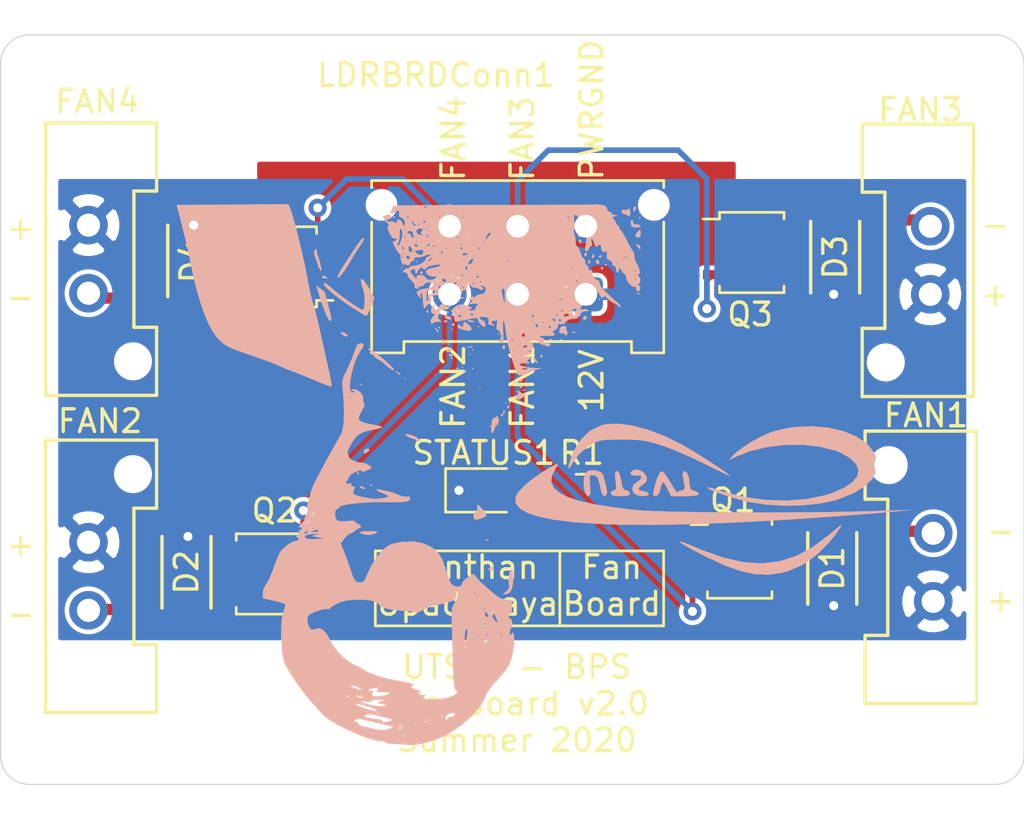
<source format=kicad_pcb>
(kicad_pcb (version 20171130) (host pcbnew "(5.1.6)-1")
  (layers (0 F.Cu signal) (31 B.Cu signal) (34 B.Paste user) (35 F.Paste user) (36 B.SilkS user) (37 F.SilkS user) (38 B.Mask user) (39 F.Mask user) (44 Edge.Cuts user))
  (net 0 "")
  (net 1 "Net-(D1-Pad2)")
  (net 2 +12V)
  (net 3 "Net-(D2-Pad2)")
  (net 4 "Net-(D3-Pad2)")
  (net 5 "Net-(D4-Pad2)")
  (net 6 GNDPWR)
  (net 7 /FAN3)
  (net 8 /FAN4)
  (net 9 /FAN2)
  (net 10 /FAN1)
  (net 11 "Net-(R1-Pad1)")
  (module Resistor_SMD:R_0805_2012Metric (layer F.Cu) (at 160.8605 75.946)
    (fp_text reference R1 (at 0 -1.65) (layer F.SilkS))
    (fp_text value 45k)
    (pad 2 smd roundrect (at 0.9375 0) (size 0.975 1.4) (layers F.Cu F.Paste F.Mask) (net 6 GNDPWR))
    (pad 1 smd roundrect (at -0.9375 0) (size 0.975 1.4) (layers F.Cu F.Paste F.Mask) (net 11 "Net-(R1-Pad1)"))
  )
  (module LED_SMD:LED_0805_2012Metric (layer F.Cu) (at 156.5425 75.946)
    (fp_text reference STATUS1 (at 0 -1.65) (layer F.SilkS))
    (fp_text value LED)
    (pad 2 smd roundrect (at 0.9375 0) (size 0.975 1.4) (layers F.Cu F.Paste F.Mask) (net 11 "Net-(R1-Pad1)"))
    (pad 1 smd roundrect (at -0.9375 0) (size 0.975 1.4) (layers F.Cu F.Paste F.Mask) (net 2 +12V))
  )
  (module UTSVT_Special:Hallock_Image_Small (layer B.Cu) (at 152.4 75.565)
    (fp_text reference G*** hide)
    (fp_text value LOGO hide)
  )
  (module UTSVT_Special:UTSVT_Logo_Symbol (layer B.Cu) (at 166.37 76.2)
    (fp_text reference G*** hide)
    (fp_text value LOGO hide)
  )
  (module Connector_Molex:Molex_Micro-Fit_3.0_43045-0612_2x03_P3.00mm_Vertical (layer F.Cu) (at 161.036 67.31 180)
    (fp_text reference LDRBRDConn1 (at 6.604 9.652) (layer F.SilkS))
    (fp_text value Conn_02x03)
    (pad 6 thru_hole circle (at 6 3 180) (size 1.5 1.5) (drill 1) (layers *.Cu *.Mask) (net 8 /FAN4))
    (pad 5 thru_hole circle (at 3 3 180) (size 1.5 1.5) (drill 1) (layers *.Cu *.Mask) (net 7 /FAN3))
    (pad 4 thru_hole circle (at 0 3 180) (size 1.5 1.5) (drill 1) (layers *.Cu *.Mask) (net 6 GNDPWR))
    (pad 3 thru_hole circle (at 6 0 180) (size 1.5 1.5) (drill 1) (layers *.Cu *.Mask) (net 9 /FAN2))
    (pad 2 thru_hole circle (at 3 0 180) (size 1.5 1.5) (drill 1) (layers *.Cu *.Mask) (net 10 /FAN1))
    (pad 1 thru_hole roundrect (at 0 0 180) (size 1.5 1.5) (drill 1) (layers *.Cu *.Mask) (roundrect_rratio 0.166667) (net 2 +12V))
    (pad "" np_thru_hole circle (at 9 3.94 180) (size 1 1) (drill 1) (layers *.Cu *.Mask))
    (pad "" np_thru_hole circle (at -3 3.94 180) (size 1 1) (drill 1) (layers *.Cu *.Mask))
  )
  (module UTSVT_Connectors:Molex_MicroFit3.0_1x2xP3.00mm_PolarizingPeg_Vertical (layer F.Cu) (at 139.1285 64.262 270)
    (fp_text reference FAN4 (at -5.4455 -0.381) (layer F.SilkS))
    (fp_text value Conn_01x02)
    (pad "" np_thru_hole circle (at -3 -1.96 270) (size 1.27 1.27) (drill 1.27) (layers *.Cu *.Mask))
    (pad 2 thru_hole circle (at 3 0 270) (size 1.7 1.7) (drill 1.02) (layers *.Cu *.Mask) (net 5 "Net-(D4-Pad2)"))
    (pad 1 thru_hole circle (at 0 0 270) (size 1.7 1.7) (drill 1.02) (layers *.Cu *.Mask) (net 2 +12V))
    (pad "" np_thru_hole circle (at 6 -1.96 270) (size 1.27 1.27) (drill 1.27) (layers *.Cu *.Mask))
  )
  (module MountingHole:MountingHole_3mm (layer F.Cu) (at 168.91 85.09)
    (fp_text reference H4)
    (fp_text value MountingHole)
    (pad 1 np_thru_hole circle (at 0 0) (size 3 3) (drill 3) (layers *.Cu *.Mask))
  )
  (module MountingHole:MountingHole_3mm (layer F.Cu) (at 168.91 59.69)
    (fp_text reference H3)
    (fp_text value MountingHole)
    (pad 1 np_thru_hole circle (at 0 0) (size 3 3) (drill 3) (layers *.Cu *.Mask))
  )
  (module MountingHole:MountingHole_3mm (layer F.Cu) (at 146.05 85.09)
    (fp_text reference H2)
    (fp_text value MountingHole)
    (pad 1 np_thru_hole circle (at 0 0) (size 3 3) (drill 3) (layers *.Cu *.Mask))
  )
  (module MountingHole:MountingHole_3mm (layer F.Cu) (at 146.05 59.69)
    (fp_text reference H1)
    (fp_text value MountingHole)
    (pad 1 np_thru_hole circle (at 0 0) (size 3 3) (drill 3) (layers *.Cu *.Mask))
  )
  (module Package_TO_SOT_SMD:LFPAK33 (layer F.Cu) (at 147.955 66.1035 180)
    (fp_text reference Q4 (at 0.127 -2.7305) (layer F.SilkS))
    (fp_text value BUK9M34-100EX)
    (pad 5 smd custom (at 0.405 0 180) (size 1.85 2.25) (layers F.Cu F.Mask) (net 5 "Net-(D4-Pad2)") (options (clearance outline) (anchor rect)) (primitives (gr_poly (pts (xy 0.925 -1.175) (xy 1.545 -1.175) (xy 1.545 -0.775) (xy 0.925 -0.775)) (width 0)) (gr_poly (pts (xy 0.925 -0.525) (xy 1.545 -0.525) (xy 1.545 -0.125) (xy 0.925 -0.125)) (width 0)) (gr_poly (pts (xy 0.925 0.125) (xy 1.545 0.125) (xy 1.545 0.525) (xy 0.925 0.525)) (width 0)) (gr_poly (pts (xy 0.925 0.775) (xy 1.545 0.775) (xy 1.545 1.175) (xy 0.925 1.175)) (width 0))))
    (pad 4 smd rect (at -1.535 0.975 180) (size 0.83 0.4) (layers F.Cu F.Mask) (net 8 /FAN4))
    (pad 3 smd rect (at -1.535 0.325 180) (size 0.83 0.4) (layers F.Cu F.Mask) (net 6 GNDPWR))
    (pad 1 smd rect (at -1.535 -0.975 180) (size 0.83 0.4) (layers F.Cu F.Mask) (net 6 GNDPWR))
    (pad 2 smd rect (at -1.535 -0.325 180) (size 0.83 0.4) (layers F.Cu F.Mask) (net 6 GNDPWR))
  )
  (module Package_TO_SOT_SMD:LFPAK33 (layer F.Cu) (at 168.148 65.4685)
    (fp_text reference Q3 (at 0.127 2.7305 180) (layer F.SilkS))
    (fp_text value BUK9M34-100EX)
    (pad 5 smd custom (at 0.405 0) (size 1.85 2.25) (layers F.Cu F.Mask) (net 4 "Net-(D3-Pad2)") (options (clearance outline) (anchor rect)) (primitives (gr_poly (pts (xy 0.925 -1.175) (xy 1.545 -1.175) (xy 1.545 -0.775) (xy 0.925 -0.775)) (width 0)) (gr_poly (pts (xy 0.925 -0.525) (xy 1.545 -0.525) (xy 1.545 -0.125) (xy 0.925 -0.125)) (width 0)) (gr_poly (pts (xy 0.925 0.125) (xy 1.545 0.125) (xy 1.545 0.525) (xy 0.925 0.525)) (width 0)) (gr_poly (pts (xy 0.925 0.775) (xy 1.545 0.775) (xy 1.545 1.175) (xy 0.925 1.175)) (width 0))))
    (pad 4 smd rect (at -1.535 0.975) (size 0.83 0.4) (layers F.Cu F.Mask) (net 7 /FAN3))
    (pad 3 smd rect (at -1.535 0.325) (size 0.83 0.4) (layers F.Cu F.Mask) (net 6 GNDPWR))
    (pad 1 smd rect (at -1.535 -0.975) (size 0.83 0.4) (layers F.Cu F.Mask) (net 6 GNDPWR))
    (pad 2 smd rect (at -1.535 -0.325) (size 0.83 0.4) (layers F.Cu F.Mask) (net 6 GNDPWR))
  )
  (module Package_TO_SOT_SMD:LFPAK33 (layer F.Cu) (at 147.2565 79.629 180)
    (fp_text reference Q2 (at -0.0635 2.794) (layer F.SilkS))
    (fp_text value BUK9M34-100EX)
    (pad 5 smd custom (at 0.405 0 180) (size 1.85 2.25) (layers F.Cu F.Mask) (net 3 "Net-(D2-Pad2)") (options (clearance outline) (anchor rect)) (primitives (gr_poly (pts (xy 0.925 -1.175) (xy 1.545 -1.175) (xy 1.545 -0.775) (xy 0.925 -0.775)) (width 0)) (gr_poly (pts (xy 0.925 -0.525) (xy 1.545 -0.525) (xy 1.545 -0.125) (xy 0.925 -0.125)) (width 0)) (gr_poly (pts (xy 0.925 0.125) (xy 1.545 0.125) (xy 1.545 0.525) (xy 0.925 0.525)) (width 0)) (gr_poly (pts (xy 0.925 0.775) (xy 1.545 0.775) (xy 1.545 1.175) (xy 0.925 1.175)) (width 0))))
    (pad 4 smd rect (at -1.535 0.975 180) (size 0.83 0.4) (layers F.Cu F.Mask) (net 9 /FAN2))
    (pad 3 smd rect (at -1.535 0.325 180) (size 0.83 0.4) (layers F.Cu F.Mask) (net 6 GNDPWR))
    (pad 1 smd rect (at -1.535 -0.975 180) (size 0.83 0.4) (layers F.Cu F.Mask) (net 6 GNDPWR))
    (pad 2 smd rect (at -1.535 -0.325 180) (size 0.83 0.4) (layers F.Cu F.Mask) (net 6 GNDPWR))
  )
  (module Package_TO_SOT_SMD:LFPAK33 (layer F.Cu) (at 167.616 78.9305)
    (fp_text reference Q1 (at -0.103 -2.54) (layer F.SilkS))
    (fp_text value BUK9M34-100EX)
    (pad 5 smd custom (at 0.405 0) (size 1.85 2.25) (layers F.Cu F.Mask) (net 1 "Net-(D1-Pad2)") (options (clearance outline) (anchor rect)) (primitives (gr_poly (pts (xy 0.925 -1.175) (xy 1.545 -1.175) (xy 1.545 -0.775) (xy 0.925 -0.775)) (width 0)) (gr_poly (pts (xy 0.925 -0.525) (xy 1.545 -0.525) (xy 1.545 -0.125) (xy 0.925 -0.125)) (width 0)) (gr_poly (pts (xy 0.925 0.125) (xy 1.545 0.125) (xy 1.545 0.525) (xy 0.925 0.525)) (width 0)) (gr_poly (pts (xy 0.925 0.775) (xy 1.545 0.775) (xy 1.545 1.175) (xy 0.925 1.175)) (width 0))))
    (pad 4 smd rect (at -1.535 0.975) (size 0.83 0.4) (layers F.Cu F.Mask) (net 10 /FAN1))
    (pad 3 smd rect (at -1.535 0.325) (size 0.83 0.4) (layers F.Cu F.Mask) (net 6 GNDPWR))
    (pad 1 smd rect (at -1.535 -0.975) (size 0.83 0.4) (layers F.Cu F.Mask) (net 6 GNDPWR))
    (pad 2 smd rect (at -1.535 -0.325) (size 0.83 0.4) (layers F.Cu F.Mask) (net 6 GNDPWR))
  )
  (module UTSVT_Connectors:Molex_MicroFit3.0_1x2xP3.00mm_PolarizingPeg_Vertical (layer F.Cu) (at 176.2125 67.31 90)
    (fp_text reference FAN3 (at 8.128 -0.4445 180) (layer F.SilkS))
    (fp_text value Conn_01x02)
    (pad "" np_thru_hole circle (at -3 -1.96 90) (size 1.27 1.27) (drill 1.27) (layers *.Cu *.Mask))
    (pad 2 thru_hole circle (at 3 0 90) (size 1.7 1.7) (drill 1.02) (layers *.Cu *.Mask) (net 4 "Net-(D3-Pad2)"))
    (pad 1 thru_hole circle (at 0 0 90) (size 1.7 1.7) (drill 1.02) (layers *.Cu *.Mask) (net 2 +12V))
    (pad "" np_thru_hole circle (at 6 -1.96 90) (size 1.27 1.27) (drill 1.27) (layers *.Cu *.Mask))
  )
  (module UTSVT_Connectors:Molex_MicroFit3.0_1x2xP3.00mm_PolarizingPeg_Vertical (layer F.Cu) (at 139.1285 78.232 270)
    (fp_text reference FAN2 (at -5.334 -0.508 180) (layer F.SilkS))
    (fp_text value Conn_01x02)
    (pad "" np_thru_hole circle (at -3 -1.96 270) (size 1.27 1.27) (drill 1.27) (layers *.Cu *.Mask))
    (pad 2 thru_hole circle (at 3 0 270) (size 1.7 1.7) (drill 1.02) (layers *.Cu *.Mask) (net 3 "Net-(D2-Pad2)"))
    (pad 1 thru_hole circle (at 0 0 270) (size 1.7 1.7) (drill 1.02) (layers *.Cu *.Mask) (net 2 +12V))
    (pad "" np_thru_hole circle (at 6 -1.96 270) (size 1.27 1.27) (drill 1.27) (layers *.Cu *.Mask))
  )
  (module UTSVT_Connectors:Molex_MicroFit3.0_1x2xP3.00mm_PolarizingPeg_Vertical (layer F.Cu) (at 176.3395 80.8355 90)
    (fp_text reference FAN1 (at 8.1915 -0.3175 180) (layer F.SilkS))
    (fp_text value Conn_01x02)
    (pad "" np_thru_hole circle (at -3 -1.96 90) (size 1.27 1.27) (drill 1.27) (layers *.Cu *.Mask))
    (pad 2 thru_hole circle (at 3 0 90) (size 1.7 1.7) (drill 1.02) (layers *.Cu *.Mask) (net 1 "Net-(D1-Pad2)"))
    (pad 1 thru_hole circle (at 0 0 90) (size 1.7 1.7) (drill 1.02) (layers *.Cu *.Mask) (net 2 +12V))
    (pad "" np_thru_hole circle (at 6 -1.96 90) (size 1.27 1.27) (drill 1.27) (layers *.Cu *.Mask))
  )
  (module UTSVT_BPS:V2F22HM (layer F.Cu) (at 143.7005 65.8368 270)
    (fp_text reference D4 (at 0 0 90) (layer F.SilkS))
    (fp_text value V22F22HM3)
    (fp_line (start -1.0668 -0.9017) (end 1.0668 -0.9017) (layer F.Cu) (width 0.1524))
    (fp_line (start 1.0668 -0.9017) (end 1.0668 0.9017) (layer F.Cu) (width 0.1524))
    (fp_line (start 1.0668 0.9017) (end -1.0668 0.9017) (layer F.Cu) (width 0.1524))
    (fp_line (start -1.0668 0.9017) (end -1.0668 -0.9017) (layer F.Cu) (width 0.1524))
    (pad 2 smd rect (at 1.6383 0 270) (size 1.0414 1.1938) (layers F.Cu F.Paste F.Mask) (net 5 "Net-(D4-Pad2)"))
    (pad 1 smd rect (at -1.6383 0 270) (size 1.0414 1.1938) (layers F.Cu F.Paste F.Mask) (net 2 +12V))
  )
  (module UTSVT_BPS:V2F22HM (layer F.Cu) (at 172.0215 65.6717 90)
    (fp_text reference D3 (at 0 0 90) (layer F.SilkS))
    (fp_text value V22F22HM3)
    (fp_line (start -1.0668 0.9017) (end -1.0668 -0.9017) (layer F.Cu) (width 0.1524))
    (fp_line (start 1.0668 0.9017) (end -1.0668 0.9017) (layer F.Cu) (width 0.1524))
    (fp_line (start 1.0668 -0.9017) (end 1.0668 0.9017) (layer F.Cu) (width 0.1524))
    (fp_line (start -1.0668 -0.9017) (end 1.0668 -0.9017) (layer F.Cu) (width 0.1524))
    (pad 1 smd rect (at -1.6383 0 90) (size 1.0414 1.1938) (layers F.Cu F.Paste F.Mask) (net 2 +12V))
    (pad 2 smd rect (at 1.6383 0 90) (size 1.0414 1.1938) (layers F.Cu F.Paste F.Mask) (net 4 "Net-(D3-Pad2)"))
  )
  (module UTSVT_BPS:V2F22HM (layer F.Cu) (at 143.4465 79.5528 270)
    (fp_text reference D2 (at 0 0 90) (layer F.SilkS))
    (fp_text value V22F22HM3)
    (fp_line (start -1.0668 0.9017) (end -1.0668 -0.9017) (layer F.Cu) (width 0.1524))
    (fp_line (start 1.0668 0.9017) (end -1.0668 0.9017) (layer F.Cu) (width 0.1524))
    (fp_line (start 1.0668 -0.9017) (end 1.0668 0.9017) (layer F.Cu) (width 0.1524))
    (fp_line (start -1.0668 -0.9017) (end 1.0668 -0.9017) (layer F.Cu) (width 0.1524))
    (pad 1 smd rect (at -1.6383 0 270) (size 1.0414 1.1938) (layers F.Cu F.Paste F.Mask) (net 2 +12V))
    (pad 2 smd rect (at 1.6383 0 270) (size 1.0414 1.1938) (layers F.Cu F.Paste F.Mask) (net 3 "Net-(D2-Pad2)"))
  )
  (module UTSVT_BPS:V2F22HM (layer F.Cu) (at 171.8945 79.3877 90)
    (fp_text reference D1 (at 0 0 90) (layer F.SilkS))
    (fp_text value V22F22HM3)
    (fp_line (start -1.0668 -0.9017) (end 1.0668 -0.9017) (layer F.Cu) (width 0.1524))
    (fp_line (start 1.0668 -0.9017) (end 1.0668 0.9017) (layer F.Cu) (width 0.1524))
    (fp_line (start 1.0668 0.9017) (end -1.0668 0.9017) (layer F.Cu) (width 0.1524))
    (fp_line (start -1.0668 0.9017) (end -1.0668 -0.9017) (layer F.Cu) (width 0.1524))
    (pad 2 smd rect (at 1.6383 0 90) (size 1.0414 1.1938) (layers F.Cu F.Paste F.Mask) (net 1 "Net-(D1-Pad2)"))
    (pad 1 smd rect (at -1.6383 0 90) (size 1.0414 1.1938) (layers F.Cu F.Paste F.Mask) (net 2 +12V))
  )
  (gr_text "UTSVT - BPS\nFan Board v2.0\nSummer 2020" (at 157.988 85.344) (layer F.SilkS) (effects (font (size 1 1))))
  (gr_text 12V (at 161.29 71.12 90) (layer F.SilkS) (effects (font (size 1 1))))
  (gr_text FAN2 (at 155.194 71.374 90) (layer F.SilkS) (effects (font (size 1 1))))
  (gr_text FAN1 (at 158.242 71.374 90) (layer F.SilkS) (effects (font (size 1 1))))
  (gr_text FAN4 (at 155.194 60.452 90) (layer F.SilkS) (effects (font (size 1 1))))
  (gr_text FAN3 (at 158.242 60.452 90) (layer F.SilkS) (effects (font (size 1 1))))
  (gr_text "PWRGND\n" (at 161.29 59.182 90) (layer F.SilkS) (effects (font (size 1 1))))
  (gr_text + (at 136.144 64.516 180) (layer F.SilkS) (effects (font (size 1 1))))
  (gr_text - (at 136.144 67.564 180) (layer F.SilkS) (effects (font (size 1 1))))
  (gr_text + (at 136.144 78.486 180) (layer F.SilkS) (effects (font (size 1 1))))
  (gr_text - (at 136.144 81.534 180) (layer F.SilkS) (effects (font (size 1 1))))
  (gr_text + (at 179.07 67.31) (layer F.SilkS) (effects (font (size 1 1))))
  (gr_text - (at 179.07 64.262) (layer F.SilkS) (effects (font (size 1 1))))
  (gr_text - (at 179.324 77.724) (layer F.SilkS) (effects (font (size 1 1))))
  (gr_text + (at 179.324 80.772) (layer F.SilkS) (effects (font (size 1 1))))
  (gr_arc (start 136.525 87.63) (end 135.255 87.63) (angle -90) (layer Edge.Cuts) (width 0.05))
  (gr_arc (start 179.07 87.63) (end 179.07 88.9) (angle -90) (layer Edge.Cuts) (width 0.05))
  (gr_arc (start 179.07 57.15) (end 180.34 57.15) (angle -90) (layer Edge.Cuts) (width 0.05))
  (gr_arc (start 136.525 57.15) (end 136.525 55.88) (angle -90) (layer Edge.Cuts) (width 0.05))
  (gr_line (start 179.07 55.88) (end 136.525 55.88) (layer Edge.Cuts) (width 0.05))
  (gr_line (start 180.34 87.63) (end 180.34 57.15) (layer Edge.Cuts) (width 0.05))
  (gr_line (start 136.525 88.9) (end 179.07 88.9) (layer Edge.Cuts) (width 0.05))
  (gr_line (start 135.255 57.15) (end 135.255 87.63) (layer Edge.Cuts) (width 0.05))
  (gr_line (start 159.893 81.915) (end 159.893 78.613) (layer F.SilkS) (width 0.12))
  (gr_line (start 151.765 81.915) (end 151.765 78.613) (layer F.SilkS) (width 0.12))
  (gr_line (start 164.465 81.915) (end 151.765 81.915) (layer F.SilkS) (width 0.12))
  (gr_line (start 164.465 81.661) (end 164.465 81.915) (layer F.SilkS) (width 0.12))
  (gr_line (start 164.465 78.613) (end 164.465 81.661) (layer F.SilkS) (width 0.12))
  (gr_line (start 151.765 78.613) (end 164.465 78.613) (layer F.SilkS) (width 0.12))
  (gr_text "Fan\nBoard" (at 162.179 80.137) (layer F.SilkS) (effects (font (size 1 1))))
  (gr_text "Manthan\nUpadhyaya" (at 155.829 80.137) (layer F.SilkS) (effects (font (size 1 1))))
  (segment (start 169.2021 77.7494) (end 171.8945 77.7494) (width 0.5) (layer F.Cu) (net 1))
  (segment (start 168.021 78.9305) (end 169.2021 77.7494) (width 0.5) (layer F.Cu) (net 1))
  (segment (start 176.2534 77.7494) (end 176.3395 77.8355) (width 0.5) (layer F.Cu) (net 1))
  (segment (start 171.8945 77.7494) (end 176.2534 77.7494) (width 0.5) (layer F.Cu) (net 1))
  (via (at 155.448 75.946) (size 0.8) (drill 0.4) (layers F.Cu B.Cu) (net 2))
  (via (at 143.51 77.978) (size 0.8) (drill 0.4) (layers F.Cu B.Cu) (net 2))
  (via (at 143.764 64.262) (size 0.8) (drill 0.4) (layers F.Cu B.Cu) (net 2))
  (via (at 171.958 67.31) (size 0.8) (drill 0.4) (layers F.Cu B.Cu) (net 2))
  (via (at 171.958 81.026) (size 0.8) (drill 0.4) (layers F.Cu B.Cu) (net 2))
  (segment (start 145.2894 81.1911) (end 143.4465 81.1911) (width 0.5) (layer F.Cu) (net 3))
  (segment (start 146.8515 79.629) (end 145.2894 81.1911) (width 0.5) (layer F.Cu) (net 3))
  (segment (start 139.1694 81.1911) (end 139.1285 81.232) (width 0.5) (layer F.Cu) (net 3))
  (segment (start 143.4465 81.1911) (end 139.1694 81.1911) (width 0.5) (layer F.Cu) (net 3))
  (segment (start 169.9881 64.0334) (end 168.553 65.4685) (width 0.5) (layer F.Cu) (net 4))
  (segment (start 172.0215 64.0334) (end 169.9881 64.0334) (width 0.5) (layer F.Cu) (net 4))
  (segment (start 175.9359 64.0334) (end 176.2125 64.31) (width 0.5) (layer F.Cu) (net 4))
  (segment (start 172.0215 64.0334) (end 175.9359 64.0334) (width 0.5) (layer F.Cu) (net 4))
  (segment (start 146.1784 67.4751) (end 143.7005 67.4751) (width 0.5) (layer F.Cu) (net 5))
  (segment (start 147.55 66.1035) (end 146.1784 67.4751) (width 0.5) (layer F.Cu) (net 5))
  (segment (start 139.3416 67.4751) (end 139.1285 67.262) (width 0.5) (layer F.Cu) (net 5))
  (segment (start 143.7005 67.4751) (end 139.3416 67.4751) (width 0.5) (layer F.Cu) (net 5))
  (segment (start 158.036 62.309) (end 159.385 60.96) (width 0.25) (layer B.Cu) (net 7))
  (segment (start 159.385 60.96) (end 165.1 60.96) (width 0.25) (layer B.Cu) (net 7))
  (via (at 166.37 67.945) (size 0.8) (drill 0.4) (layers F.Cu B.Cu) (net 7))
  (segment (start 165.1 60.96) (end 166.37 62.23) (width 0.25) (layer B.Cu) (net 7))
  (segment (start 166.37 62.23) (end 166.37 67.945) (width 0.25) (layer B.Cu) (net 7))
  (segment (start 166.37 66.6865) (end 166.613 66.4435) (width 0.25) (layer F.Cu) (net 7))
  (segment (start 166.37 67.945) (end 166.37 66.6865) (width 0.25) (layer F.Cu) (net 7))
  (segment (start 158.036 62.309) (end 158.036 64.31) (width 0.25) (layer B.Cu) (net 7))
  (segment (start 149.304 63.421) (end 149.225 63.5) (width 0.25) (layer B.Cu) (net 8))
  (segment (start 149.225 63.5) (end 149.225 64.8635) (width 0.25) (layer F.Cu) (net 8))
  (segment (start 149.225 64.8635) (end 149.49 65.1285) (width 0.25) (layer F.Cu) (net 8))
  (via (at 149.225 63.5) (size 0.8) (drill 0.4) (layers F.Cu B.Cu) (net 8))
  (segment (start 149.225 63.5) (end 150.495 62.23) (width 0.25) (layer B.Cu) (net 8))
  (segment (start 152.956 62.23) (end 155.036 64.31) (width 0.25) (layer B.Cu) (net 8))
  (segment (start 150.495 62.23) (end 152.956 62.23) (width 0.25) (layer B.Cu) (net 8))
  (via (at 148.59 76.835) (size 0.8) (drill 0.4) (layers F.Cu B.Cu) (net 9))
  (segment (start 155.036 70.389) (end 148.59 76.835) (width 0.25) (layer B.Cu) (net 9))
  (segment (start 148.59 78.4525) (end 148.7915 78.654) (width 0.25) (layer F.Cu) (net 9))
  (segment (start 148.59 76.835) (end 148.59 78.4525) (width 0.25) (layer F.Cu) (net 9))
  (segment (start 155.036 67.31) (end 155.036 70.389) (width 0.25) (layer B.Cu) (net 9))
  (via (at 165.735 81.28) (size 0.8) (drill 0.4) (layers F.Cu B.Cu) (net 10))
  (segment (start 158.036 73.581) (end 165.735 81.28) (width 0.25) (layer B.Cu) (net 10))
  (segment (start 165.735 80.2515) (end 166.081 79.9055) (width 0.25) (layer F.Cu) (net 10))
  (segment (start 165.735 81.28) (end 165.735 80.2515) (width 0.25) (layer F.Cu) (net 10))
  (segment (start 158.036 67.31) (end 158.036 73.581) (width 0.25) (layer B.Cu) (net 10))
  (segment (start 157.069 75.946) (end 160.02 75.946) (width 0.25) (layer F.Cu) (net 11))
  (zone (net 6) (net_name GNDPWR) (layer F.Cu) (connect_pads yes (clearance 0.2)) (min_thickness 0.2) (fill yes (arc_segments 32) (thermal_gap 0.508) (thermal_bridge_width 0.508))
    (polygon (pts (xy 167.64 81.28) (xy 146.558 81.28) (xy 146.558 61.468) (xy 167.64 61.468)))
  )
  (zone (net 2) (net_name +12V) (layer B.Cu) (connect_pads (clearance 0.2)) (min_thickness 0.2) (fill yes (arc_segments 32) (thermal_gap 0.508) (thermal_bridge_width 0.508))
    (polygon (pts (xy 177.8 82.55) (xy 137.795 82.55) (xy 137.795 62.23) (xy 177.8 62.23)))
  )
)
</source>
